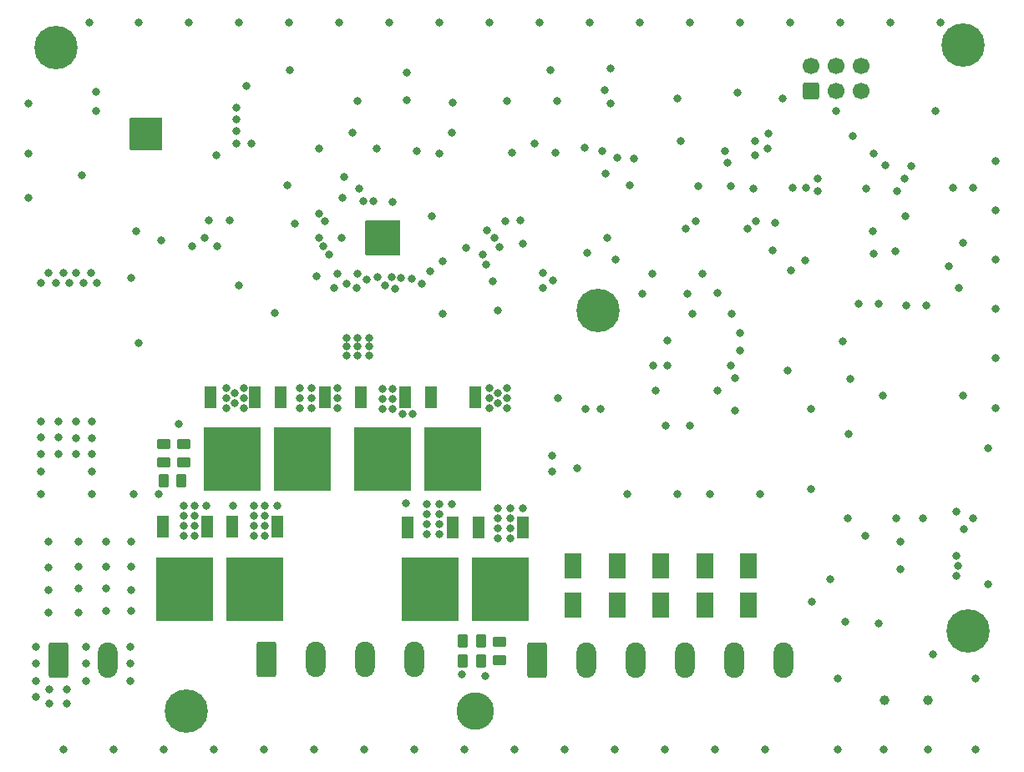
<source format=gbr>
%TF.GenerationSoftware,KiCad,Pcbnew,(6.0.4)*%
%TF.CreationDate,2022-07-31T14:49:55+02:00*%
%TF.ProjectId,HPDriver,48504472-6976-4657-922e-6b696361645f,1.0*%
%TF.SameCoordinates,Original*%
%TF.FileFunction,Soldermask,Bot*%
%TF.FilePolarity,Negative*%
%FSLAX46Y46*%
G04 Gerber Fmt 4.6, Leading zero omitted, Abs format (unit mm)*
G04 Created by KiCad (PCBNEW (6.0.4)) date 2022-07-31 14:49:55*
%MOMM*%
%LPD*%
G01*
G04 APERTURE LIST*
G04 Aperture macros list*
%AMRoundRect*
0 Rectangle with rounded corners*
0 $1 Rounding radius*
0 $2 $3 $4 $5 $6 $7 $8 $9 X,Y pos of 4 corners*
0 Add a 4 corners polygon primitive as box body*
4,1,4,$2,$3,$4,$5,$6,$7,$8,$9,$2,$3,0*
0 Add four circle primitives for the rounded corners*
1,1,$1+$1,$2,$3*
1,1,$1+$1,$4,$5*
1,1,$1+$1,$6,$7*
1,1,$1+$1,$8,$9*
0 Add four rect primitives between the rounded corners*
20,1,$1+$1,$2,$3,$4,$5,0*
20,1,$1+$1,$4,$5,$6,$7,0*
20,1,$1+$1,$6,$7,$8,$9,0*
20,1,$1+$1,$8,$9,$2,$3,0*%
G04 Aperture macros list end*
%ADD10R,1.800000X2.500000*%
%ADD11RoundRect,0.250000X-0.750000X-1.550000X0.750000X-1.550000X0.750000X1.550000X-0.750000X1.550000X0*%
%ADD12O,2.000000X3.600000*%
%ADD13C,1.000000*%
%ADD14R,1.200000X2.200000*%
%ADD15R,5.800000X6.400000*%
%ADD16C,4.400000*%
%ADD17C,3.800000*%
%ADD18RoundRect,0.250000X0.600000X-0.600000X0.600000X0.600000X-0.600000X0.600000X-0.600000X-0.600000X0*%
%ADD19C,1.700000*%
%ADD20RoundRect,0.250000X-0.450000X0.262500X-0.450000X-0.262500X0.450000X-0.262500X0.450000X0.262500X0*%
%ADD21RoundRect,0.250000X-0.262500X-0.450000X0.262500X-0.450000X0.262500X0.450000X-0.262500X0.450000X0*%
%ADD22C,0.800000*%
G04 APERTURE END LIST*
D10*
X154178000Y-125190000D03*
X154178000Y-121190000D03*
D11*
X88646000Y-130715500D03*
D12*
X93646000Y-130715500D03*
D13*
X176825000Y-134815000D03*
X172425000Y-134815000D03*
D11*
X109728000Y-130683000D03*
D12*
X114728000Y-130683000D03*
X119728000Y-130683000D03*
X124728000Y-130683000D03*
D11*
X137160000Y-130715500D03*
D12*
X142160000Y-130715500D03*
X147160000Y-130715500D03*
X152160000Y-130715500D03*
X157160000Y-130715500D03*
X162160000Y-130715500D03*
D14*
X104020000Y-104039000D03*
D15*
X106300000Y-110339000D03*
D14*
X108580000Y-104039000D03*
X111132000Y-104039000D03*
D15*
X113412000Y-110339000D03*
D14*
X115692000Y-104039000D03*
X124084000Y-117247000D03*
D15*
X126364000Y-123547000D03*
D14*
X128644000Y-117247000D03*
X131198000Y-117247000D03*
D15*
X133478000Y-123547000D03*
D14*
X135758000Y-117247000D03*
X99194000Y-117212000D03*
D15*
X101474000Y-123512000D03*
D14*
X103754000Y-117212000D03*
D16*
X180848000Y-127762000D03*
X143383000Y-95250000D03*
X88392000Y-68580000D03*
X180340000Y-68326000D03*
X101600000Y-135890000D03*
D17*
X130937000Y-135890000D03*
D18*
X164973000Y-73025000D03*
D19*
X164973000Y-70485000D03*
X167513000Y-73025000D03*
X167513000Y-70485000D03*
X170053000Y-73025000D03*
X170053000Y-70485000D03*
D14*
X110865000Y-117212000D03*
D15*
X108585000Y-123512000D03*
D14*
X106305000Y-117212000D03*
X123820000Y-104039000D03*
D15*
X121540000Y-110339000D03*
D14*
X119260000Y-104039000D03*
D20*
X133350000Y-130706500D03*
X133350000Y-128881500D03*
D21*
X101115500Y-112522000D03*
X99290500Y-112522000D03*
X129643500Y-128778000D03*
X131468500Y-128778000D03*
D20*
X101346000Y-108815500D03*
X101346000Y-110640500D03*
D14*
X130932000Y-104039000D03*
D15*
X128652000Y-110339000D03*
D14*
X126372000Y-104039000D03*
D20*
X99314000Y-110640500D03*
X99314000Y-108815500D03*
D21*
X131468500Y-130810000D03*
X129643500Y-130810000D03*
D10*
X140843000Y-121190000D03*
X140843000Y-125190000D03*
X145288000Y-121190000D03*
X145288000Y-125190000D03*
X158623000Y-121190000D03*
X158623000Y-125190000D03*
X149733000Y-121190000D03*
X149733000Y-125190000D03*
D22*
X121539000Y-87877000D03*
X104648000Y-79502000D03*
X117856000Y-98933000D03*
X141224000Y-111252000D03*
X120142000Y-98933000D03*
X154686000Y-113919000D03*
X159766000Y-113919000D03*
X120142000Y-98044000D03*
X117856000Y-99822000D03*
X96520000Y-76708000D03*
X103886000Y-86106000D03*
X118999000Y-99822000D03*
X98425000Y-76708000D03*
X120142000Y-99822000D03*
X118999000Y-98933000D03*
X117856000Y-98044000D03*
X86360000Y-131064000D03*
X92456000Y-75057000D03*
X106045000Y-86106000D03*
X118999000Y-98044000D03*
X151384000Y-113919000D03*
X146304000Y-113919000D03*
X183642000Y-80137000D03*
X89154000Y-139827000D03*
X94234000Y-139827000D03*
X99314000Y-139827000D03*
X104394000Y-139827000D03*
X109474000Y-139827000D03*
X114554000Y-139827000D03*
X119634000Y-139827000D03*
X124714000Y-139827000D03*
X129794000Y-139827000D03*
X134874000Y-139827000D03*
X139954000Y-139827000D03*
X145034000Y-139827000D03*
X150114000Y-139827000D03*
X155194000Y-139827000D03*
X160274000Y-139827000D03*
X96774000Y-66040000D03*
X101854000Y-66040000D03*
X106934000Y-66040000D03*
X112014000Y-66040000D03*
X117094000Y-66040000D03*
X122174000Y-66040000D03*
X127254000Y-66040000D03*
X132334000Y-66040000D03*
X137414000Y-66040000D03*
X142494000Y-66040000D03*
X147574000Y-66040000D03*
X152654000Y-66040000D03*
X157734000Y-66040000D03*
X162814000Y-66040000D03*
X167894000Y-66040000D03*
X172974000Y-66040000D03*
X178054000Y-66040000D03*
X183642000Y-85137000D03*
X183642000Y-90137000D03*
X183642000Y-95137000D03*
X183642000Y-100137000D03*
X183642000Y-105137000D03*
X85598000Y-79375000D03*
X85598000Y-83820000D03*
X85598000Y-74295000D03*
X91821000Y-66040000D03*
X134112000Y-74041000D03*
X171831000Y-94615000D03*
X157480000Y-73152000D03*
X121793000Y-92710000D03*
X177546000Y-75057000D03*
X150368000Y-100838000D03*
X137795000Y-91440000D03*
X117475000Y-83820000D03*
X147828000Y-93599000D03*
X139192000Y-74041000D03*
X86360000Y-132842000D03*
X118999000Y-74041000D03*
X86868000Y-92456000D03*
X87757000Y-133731000D03*
X100838000Y-106807000D03*
X102235000Y-88773000D03*
X97409000Y-77343000D03*
X171196000Y-87249000D03*
X180340000Y-88392000D03*
X163068000Y-82804000D03*
X91186000Y-92456000D03*
X151765000Y-78105000D03*
X89154000Y-91440000D03*
X143764000Y-79121000D03*
X152654000Y-106934000D03*
X169164000Y-77597000D03*
X96520000Y-87249000D03*
X117856000Y-92583000D03*
X86360000Y-134493000D03*
X137795000Y-92964000D03*
X107696000Y-72517000D03*
X115062000Y-78867000D03*
X127254000Y-79375000D03*
X116586000Y-92964000D03*
X122682000Y-86741000D03*
X98425000Y-77978000D03*
X111823500Y-82550000D03*
X162941000Y-91186000D03*
X120904000Y-78867000D03*
X138811000Y-92202000D03*
X123888500Y-114871500D03*
X164973000Y-105283000D03*
X162560000Y-101346000D03*
X92583000Y-92456000D03*
X87757000Y-135128000D03*
X120523000Y-86741000D03*
X92456000Y-73088500D03*
X167513000Y-75057000D03*
X159385000Y-86233000D03*
X152400000Y-93599000D03*
X156210000Y-79121000D03*
X88392000Y-92456000D03*
X106362500Y-115062000D03*
X90424000Y-91440000D03*
X89789000Y-92456000D03*
X89535000Y-135128000D03*
X126369299Y-91317299D03*
X161036000Y-89154000D03*
X86360000Y-129413000D03*
X123952000Y-71120000D03*
X125490286Y-92585424D03*
X164973000Y-113411000D03*
X135445500Y-86106000D03*
X96520000Y-77978000D03*
X120523000Y-88900000D03*
X91948000Y-91440000D03*
X134620000Y-79311500D03*
X139319006Y-104140000D03*
X112141000Y-70866000D03*
X165036500Y-124841000D03*
X180340000Y-103886000D03*
X118872000Y-92964000D03*
X122809000Y-93091000D03*
X87630000Y-91440000D03*
X104775000Y-88773000D03*
X89535000Y-133731000D03*
X144272000Y-87947500D03*
X153289000Y-86233000D03*
X103505000Y-87884000D03*
X138684000Y-109982000D03*
X133223000Y-95250000D03*
X122682000Y-88900000D03*
X142113000Y-105283000D03*
X172212000Y-103886000D03*
X151384000Y-73787000D03*
X144018000Y-72898000D03*
X132715000Y-92329000D03*
X132334000Y-105156000D03*
X107442000Y-103124000D03*
X105664000Y-105156000D03*
X107442000Y-104140000D03*
X133223000Y-116332000D03*
X106553000Y-103632000D03*
X107442000Y-105156000D03*
X134112000Y-105156000D03*
X133223000Y-118364000D03*
X134493000Y-115316000D03*
X134493000Y-116332000D03*
X134112000Y-103124000D03*
X135763000Y-115316000D03*
X134112000Y-104140000D03*
X133223000Y-104648000D03*
X133223000Y-103632000D03*
X86868000Y-106553000D03*
X133223000Y-117348000D03*
X132334000Y-104140000D03*
X132334000Y-103124000D03*
X134493000Y-117348000D03*
X134493000Y-118364000D03*
X133223000Y-115316000D03*
X106553000Y-104648000D03*
X105664000Y-104140000D03*
X105664000Y-103124000D03*
X88646000Y-106553000D03*
X92075000Y-106553000D03*
X86868000Y-108180000D03*
X88646000Y-108180000D03*
X86868000Y-109855000D03*
X88646000Y-109855000D03*
X86868000Y-111633000D03*
X92075000Y-111633000D03*
X86868000Y-113895000D03*
X92075000Y-113895000D03*
X101346000Y-117094000D03*
X102489000Y-115062000D03*
X124968000Y-79121000D03*
X102489000Y-118110000D03*
X99060000Y-88138000D03*
X102489000Y-116078000D03*
X90424000Y-106553000D03*
X96748600Y-98552000D03*
X103632000Y-115062000D03*
X101346000Y-118110000D03*
X90424000Y-108204000D03*
X92075000Y-108204000D03*
X102489000Y-117094000D03*
X90424000Y-109855000D03*
X92075000Y-109855000D03*
X101346000Y-116078000D03*
X101346000Y-115062000D03*
X91059000Y-81534000D03*
X108204000Y-78359000D03*
X144653000Y-74295000D03*
X106680000Y-78359000D03*
X153923990Y-91567000D03*
X176657000Y-94742000D03*
X106680000Y-74676000D03*
X143636998Y-105283000D03*
X106680000Y-75882500D03*
X181356000Y-82804000D03*
X152908000Y-95631000D03*
X119126000Y-82931000D03*
X146982577Y-79902923D03*
X133985000Y-86232998D03*
X136906000Y-78359000D03*
X139065000Y-79248000D03*
X129540000Y-132207000D03*
X150241000Y-106933996D03*
X118491000Y-77216000D03*
X106680000Y-77089000D03*
X171323000Y-79375000D03*
X135763000Y-88519000D03*
X138684000Y-111633000D03*
X106902989Y-92734851D03*
X148835000Y-91558000D03*
X128524000Y-77216000D03*
X114808000Y-91821000D03*
X116967000Y-91567000D03*
X108458000Y-115062000D03*
X113157000Y-104140000D03*
X116967000Y-104140000D03*
X116967000Y-105156000D03*
X108458000Y-116078000D03*
X109601000Y-118110000D03*
X109601000Y-117094000D03*
X113157000Y-103124000D03*
X108458000Y-118110000D03*
X114300000Y-103124000D03*
X109601000Y-116078000D03*
X114300000Y-104140000D03*
X113157000Y-105156000D03*
X108458000Y-117094000D03*
X116967000Y-103124000D03*
X110871000Y-115062000D03*
X114300000Y-105156000D03*
X109601000Y-115062000D03*
X127254000Y-117983000D03*
X125984000Y-114935000D03*
X125984000Y-117983000D03*
X125984000Y-116967000D03*
X122555000Y-105283000D03*
X123571000Y-105791000D03*
X121539000Y-105283000D03*
X125984000Y-115951000D03*
X127254000Y-115951000D03*
X121539000Y-103251000D03*
X122555000Y-103251000D03*
X121539000Y-104267000D03*
X124587000Y-105791000D03*
X127254000Y-114935000D03*
X127254000Y-116967000D03*
X122555000Y-104267000D03*
X128524000Y-114935000D03*
X181610000Y-132588000D03*
X168783000Y-107823000D03*
X176276000Y-116332000D03*
X167640000Y-132588000D03*
X182880000Y-109220000D03*
X172339000Y-139827000D03*
X176784000Y-139827000D03*
X181610000Y-139827000D03*
X167640000Y-139827000D03*
X168402000Y-126873000D03*
X177292000Y-130175000D03*
X182880000Y-123063000D03*
X166878000Y-122555000D03*
X180467000Y-117475000D03*
X173990000Y-118745000D03*
X159262660Y-78100340D03*
X144653000Y-70739000D03*
X169799000Y-94615000D03*
X159258431Y-79555011D03*
X168148000Y-98425000D03*
X128651000Y-74168000D03*
X87630000Y-118745000D03*
X90678000Y-118745000D03*
X93472000Y-118745000D03*
X96012000Y-118745000D03*
X87630000Y-121317000D03*
X90678000Y-121253000D03*
X93472000Y-121253000D03*
X96012000Y-121253000D03*
X87630000Y-123603000D03*
X90678000Y-123507000D03*
X93472000Y-123507000D03*
X96012000Y-123603000D03*
X87630000Y-125889000D03*
X90678000Y-125889000D03*
X93472000Y-125761000D03*
X96012000Y-125761000D03*
X95948500Y-132842000D03*
X91440000Y-131064000D03*
X91440000Y-129413000D03*
X95961200Y-129413000D03*
X95948500Y-131064000D03*
X91439995Y-132842005D03*
X128651000Y-120904000D03*
X128651000Y-125984000D03*
X133477000Y-121920000D03*
X131191000Y-120904000D03*
X128651000Y-123317000D03*
X131191000Y-125984000D03*
X126365000Y-124841000D03*
X124079000Y-125984000D03*
X124079001Y-123317001D03*
X135763000Y-120904000D03*
X131191000Y-123317000D03*
X126365000Y-121920000D03*
X124079000Y-120904000D03*
X135763000Y-125984000D03*
X133477000Y-124841000D03*
X135763000Y-123317000D03*
X133350000Y-88836500D03*
X122745500Y-108839000D03*
X122745500Y-111506000D03*
X131000500Y-109855000D03*
X131000500Y-111125000D03*
X121729500Y-107632500D03*
X123888500Y-107632500D03*
X130111500Y-110490000D03*
X123825000Y-110045500D03*
X123825000Y-112839500D03*
X121729500Y-112839500D03*
X131000500Y-108458000D03*
X131699000Y-89576721D03*
X130048000Y-107759500D03*
X130111500Y-109220000D03*
X130937000Y-112395000D03*
X130111500Y-111760000D03*
X121729500Y-110045500D03*
X106235500Y-112776000D03*
X112966500Y-111442500D03*
X106299000Y-107696000D03*
X111379000Y-110236000D03*
X114490500Y-112839500D03*
X106235500Y-110236000D03*
X112966500Y-108902500D03*
X111379000Y-107886500D03*
X111315500Y-112776000D03*
X104267000Y-112776000D03*
X104267000Y-110236000D03*
X105283000Y-108966000D03*
X112644701Y-86482701D03*
X114490500Y-110172500D03*
X105283000Y-111506000D03*
X114490500Y-107886500D03*
X104267000Y-107696000D03*
X110871000Y-125984000D03*
X103759000Y-125984000D03*
X106299000Y-125984000D03*
X106299000Y-123317000D03*
X106299000Y-120904000D03*
X101473000Y-124841000D03*
X108585000Y-124841000D03*
X103759000Y-123317000D03*
X99187000Y-123317000D03*
X99187000Y-120904000D03*
X99187000Y-125984000D03*
X110871000Y-120904000D03*
X110871000Y-123317000D03*
X108585000Y-121920000D03*
X101473000Y-121920000D03*
X103632000Y-120904000D03*
X117368013Y-87883466D03*
X179324000Y-82804000D03*
X173682980Y-83185000D03*
X118999000Y-91567000D03*
X120957137Y-91843715D03*
X175133000Y-80645000D03*
X174407990Y-81915000D03*
X119888000Y-92116579D03*
X126492000Y-85725000D03*
X124504561Y-92075000D03*
X179684150Y-120184110D03*
X179705000Y-115697000D03*
X173482000Y-89281000D03*
X179958996Y-92964000D03*
X116047009Y-89616708D03*
X110591032Y-95504000D03*
X127635003Y-95631003D03*
X127635000Y-90297000D03*
X156854006Y-95640000D03*
X156845000Y-82677000D03*
X122513500Y-84241112D03*
X156845000Y-100838000D03*
X174625000Y-94741990D03*
X171323000Y-89535000D03*
X150368004Y-98298000D03*
X158496000Y-86995000D03*
X148971004Y-100838000D03*
X152273006Y-86995000D03*
X174498000Y-85725000D03*
X122409276Y-91877182D03*
X115662737Y-86244459D03*
X115062000Y-87884000D03*
X132016500Y-90614500D03*
X132842000Y-87884000D03*
X115059265Y-85445032D03*
X115482328Y-88791385D03*
X129984500Y-88900000D03*
X132080000Y-87185500D03*
X141986000Y-78739994D03*
X172466000Y-80518000D03*
X173609000Y-116332000D03*
X179826026Y-121174006D03*
X179705000Y-122174000D03*
X181355996Y-116332000D03*
X157226000Y-102108000D03*
X157226000Y-105409988D03*
X131953000Y-132334000D03*
X165608000Y-83185000D03*
X98806000Y-113919000D03*
X117634339Y-81693339D03*
X165608000Y-81915000D03*
X96266000Y-113919000D03*
X171831008Y-127000000D03*
X170434000Y-118110000D03*
X157734000Y-99314000D03*
X149225008Y-103378000D03*
X138557000Y-70866000D03*
X160655000Y-77343000D03*
X170561000Y-82931000D03*
X173990000Y-121539000D03*
X168656000Y-116332000D03*
X155448000Y-93472000D03*
X155448008Y-103378000D03*
X168910000Y-102235000D03*
X160528000Y-78830010D03*
X123952000Y-73914000D03*
X156464000Y-80264000D03*
X164338000Y-90170000D03*
X145161000Y-90106488D03*
X164465000Y-82804004D03*
X96012000Y-91948000D03*
X162052000Y-73787000D03*
X157734000Y-97536010D03*
X159131000Y-82931000D03*
X161290000Y-86360000D03*
X178943000Y-90805000D03*
X146558000Y-82550000D03*
X120563990Y-84162607D03*
X153543000Y-82691946D03*
X144095050Y-81352935D03*
X119564855Y-84204493D03*
X145288000Y-79756000D03*
X142240000Y-89408000D03*
X123402500Y-91989033D03*
G36*
X99129121Y-75712002D02*
G01*
X99175614Y-75765658D01*
X99187000Y-75818000D01*
X99187000Y-78868000D01*
X99166998Y-78936121D01*
X99113342Y-78982614D01*
X99061000Y-78994000D01*
X96011000Y-78994000D01*
X95942879Y-78973998D01*
X95896386Y-78920342D01*
X95885000Y-78868000D01*
X95885000Y-75818000D01*
X95905002Y-75749879D01*
X95958658Y-75703386D01*
X96011000Y-75692000D01*
X99061000Y-75692000D01*
X99129121Y-75712002D01*
G37*
G36*
X123259121Y-86126002D02*
G01*
X123305614Y-86179658D01*
X123317000Y-86232000D01*
X123317000Y-89536000D01*
X123296998Y-89604121D01*
X123243342Y-89650614D01*
X123191000Y-89662000D01*
X119887000Y-89662000D01*
X119818879Y-89641998D01*
X119772386Y-89588342D01*
X119761000Y-89536000D01*
X119761000Y-86232000D01*
X119781002Y-86163879D01*
X119834658Y-86117386D01*
X119887000Y-86106000D01*
X123191000Y-86106000D01*
X123259121Y-86126002D01*
G37*
M02*

</source>
